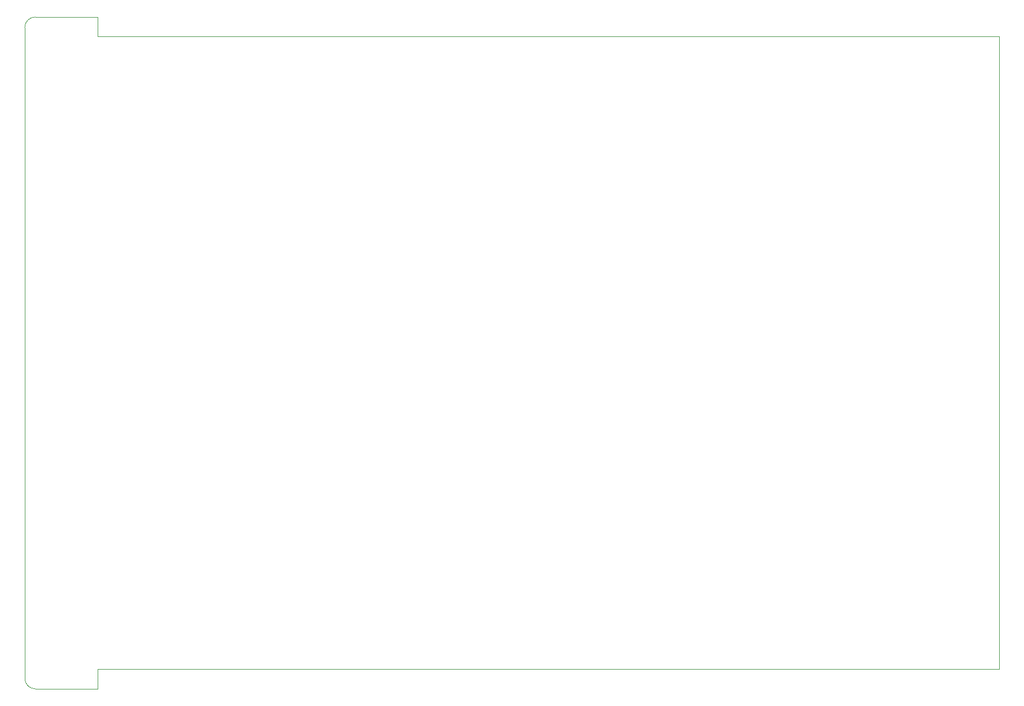
<source format=gbr>
%TF.GenerationSoftware,KiCad,Pcbnew,(6.0.9-0)*%
%TF.CreationDate,2023-01-03T21:00:16+01:00*%
%TF.ProjectId,MPSIBOARD,4d505349-424f-4415-9244-2e6b69636164,rev?*%
%TF.SameCoordinates,Original*%
%TF.FileFunction,Profile,NP*%
%FSLAX46Y46*%
G04 Gerber Fmt 4.6, Leading zero omitted, Abs format (unit mm)*
G04 Created by KiCad (PCBNEW (6.0.9-0)) date 2023-01-03 21:00:16*
%MOMM*%
%LPD*%
G01*
G04 APERTURE LIST*
%TA.AperFunction,Profile*%
%ADD10C,0.100000*%
%TD*%
%TA.AperFunction,Profile*%
%ADD11C,0.120000*%
%TD*%
G04 APERTURE END LIST*
D10*
X41380000Y-33843000D02*
X41380000Y-36843000D01*
X41380000Y-137043000D02*
X41380000Y-134043000D01*
X40707000Y-137043000D02*
X41380000Y-137043000D01*
X40707000Y-33843000D02*
X41380000Y-33843000D01*
X179737000Y-36843000D02*
X179737000Y-134043000D01*
X41380000Y-36843000D02*
X179737000Y-36843000D01*
X41380000Y-134043000D02*
X179737000Y-134043000D01*
D11*
%TO.C,J1*%
X40707000Y-33843000D02*
X31787000Y-33843000D01*
X30187000Y-35443000D02*
X30187000Y-135443000D01*
X40707000Y-137043000D02*
X31787000Y-137043000D01*
X31787000Y-33843000D02*
G75*
G03*
X30187000Y-35443000I-1J-1599999D01*
G01*
X30187000Y-135443000D02*
G75*
G03*
X31787000Y-137043000I1600000J0D01*
G01*
%TD*%
M02*

</source>
